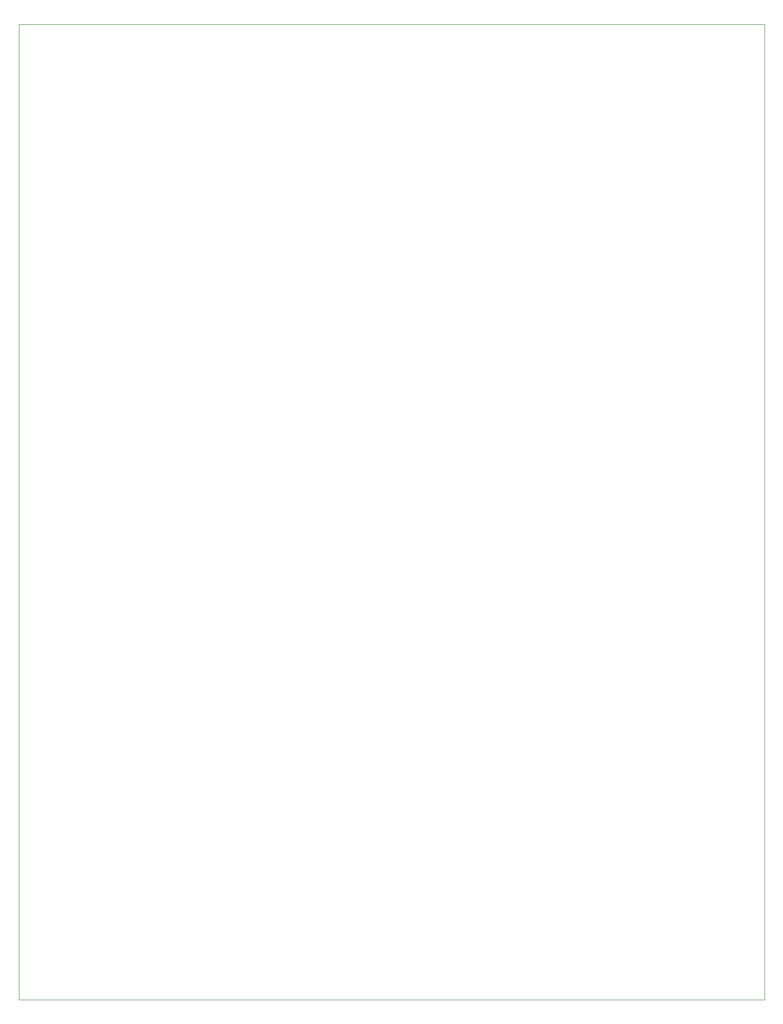
<source format=gbr>
%TF.GenerationSoftware,Altium Limited,Altium Designer,24.2.2 (26)*%
G04 Layer_Color=0*
%FSLAX25Y25*%
%MOIN*%
%TF.SameCoordinates,61B93A5C-ACDD-4E93-83ED-5FE4BE46D4D4*%
%TF.FilePolarity,Positive*%
%TF.FileFunction,Profile,NP*%
%TF.Part,Single*%
G01*
G75*
%TA.AperFunction,Profile*%
%ADD27C,0.00100*%
D27*
X98425Y23622D02*
X610236D01*
Y692913D01*
X98425D01*
Y23622D01*
%TF.MD5,fa9fe8feed25c5885ca0891b4efba235*%
M02*

</source>
